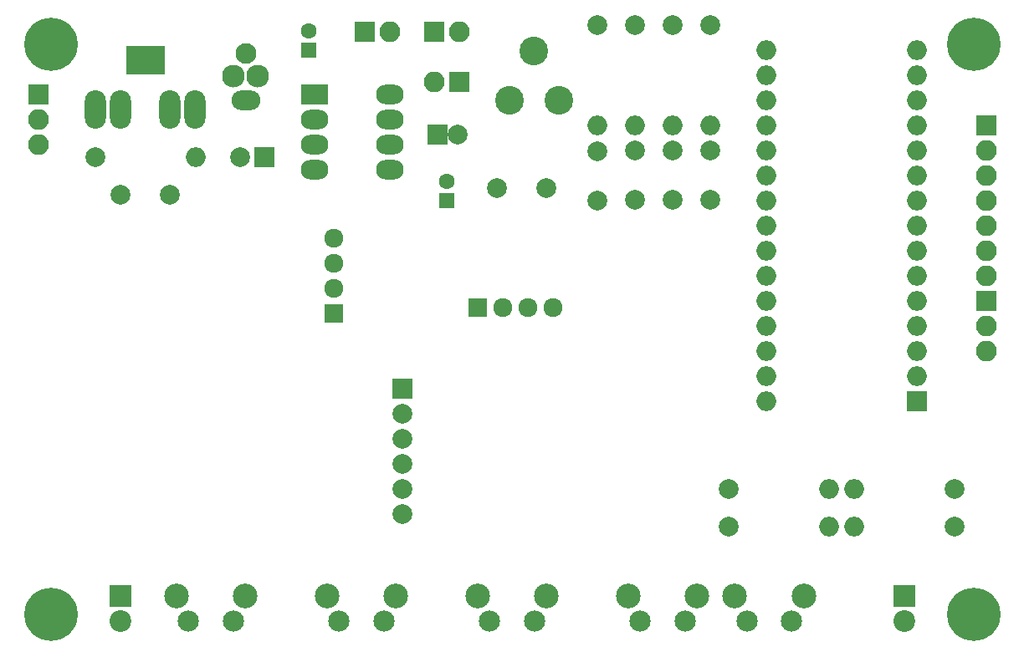
<source format=gbs>
G04 #@! TF.FileFunction,Soldermask,Bot*
%FSLAX46Y46*%
G04 Gerber Fmt 4.6, Leading zero omitted, Abs format (unit mm)*
G04 Created by KiCad (PCBNEW 4.0.7) date 02/08/20 16:40:41*
%MOMM*%
%LPD*%
G01*
G04 APERTURE LIST*
%ADD10C,0.100000*%
%ADD11R,2.100000X2.100000*%
%ADD12O,2.100000X2.100000*%
%ADD13R,2.000000X2.000000*%
%ADD14O,2.000000X2.000000*%
%ADD15C,2.500000*%
%ADD16C,2.150000*%
%ADD17C,5.400000*%
%ADD18C,2.000000*%
%ADD19C,2.900000*%
%ADD20R,2.800000X2.000000*%
%ADD21O,2.800000X2.000000*%
%ADD22R,1.924000X1.924000*%
%ADD23C,1.924000*%
%ADD24R,1.600000X1.600000*%
%ADD25C,1.600000*%
%ADD26C,2.300000*%
%ADD27O,2.900000X2.000000*%
%ADD28C,2.100000*%
%ADD29R,2.200000X2.200000*%
%ADD30C,2.200000*%
%ADD31R,3.900000X2.900000*%
%ADD32O,2.150000X3.900000*%
G04 APERTURE END LIST*
D10*
D11*
X168275000Y-89535000D03*
D12*
X168275000Y-92075000D03*
X168275000Y-94615000D03*
X168275000Y-97155000D03*
X168275000Y-99695000D03*
X168275000Y-102235000D03*
X168275000Y-104775000D03*
D13*
X161290000Y-117475000D03*
D14*
X146050000Y-84455000D03*
X161290000Y-114935000D03*
X146050000Y-86995000D03*
X161290000Y-112395000D03*
X146050000Y-89535000D03*
X161290000Y-109855000D03*
X146050000Y-92075000D03*
X161290000Y-107315000D03*
X146050000Y-94615000D03*
X161290000Y-104775000D03*
X146050000Y-97155000D03*
X161290000Y-102235000D03*
X146050000Y-99695000D03*
X161290000Y-99695000D03*
X146050000Y-102235000D03*
X161290000Y-97155000D03*
X146050000Y-104775000D03*
X161290000Y-94615000D03*
X146050000Y-107315000D03*
X161290000Y-92075000D03*
X146050000Y-109855000D03*
X161290000Y-89535000D03*
X146050000Y-112395000D03*
X161290000Y-86995000D03*
X146050000Y-114935000D03*
X161290000Y-84455000D03*
X146050000Y-117475000D03*
X161290000Y-81915000D03*
X146050000Y-81915000D03*
D15*
X132035000Y-137210000D03*
D16*
X133295000Y-139700000D03*
X137795000Y-139700000D03*
D15*
X139045000Y-137210000D03*
X142830000Y-137210000D03*
D16*
X144090000Y-139700000D03*
X148590000Y-139700000D03*
D15*
X149840000Y-137210000D03*
X101555000Y-137210000D03*
D16*
X102815000Y-139700000D03*
X107315000Y-139700000D03*
D15*
X108565000Y-137210000D03*
X86315000Y-137210000D03*
D16*
X87575000Y-139700000D03*
X92075000Y-139700000D03*
D15*
X93325000Y-137210000D03*
X116795000Y-137210000D03*
D16*
X118055000Y-139700000D03*
X122555000Y-139700000D03*
D15*
X123805000Y-137210000D03*
D17*
X73660000Y-139065000D03*
X167005000Y-139065000D03*
X167005000Y-81280000D03*
X73660000Y-81280000D03*
D11*
X105410000Y-80010000D03*
D12*
X107950000Y-80010000D03*
D11*
X112395000Y-80010000D03*
D12*
X114935000Y-80010000D03*
D11*
X72390000Y-86360000D03*
D12*
X72390000Y-88900000D03*
X72390000Y-91440000D03*
D18*
X132715000Y-79375000D03*
D14*
X132715000Y-89535000D03*
D18*
X136525000Y-79375000D03*
D14*
X136525000Y-89535000D03*
D18*
X140335000Y-79375000D03*
D14*
X140335000Y-89535000D03*
D18*
X128905000Y-79375000D03*
D14*
X128905000Y-89535000D03*
D18*
X78105000Y-92710000D03*
D14*
X88265000Y-92710000D03*
D19*
X122515000Y-81955000D03*
X125015000Y-86995000D03*
X120015000Y-86995000D03*
D20*
X100330000Y-86360000D03*
D21*
X107950000Y-93980000D03*
X100330000Y-88900000D03*
X107950000Y-91440000D03*
X100330000Y-91440000D03*
X107950000Y-88900000D03*
X100330000Y-93980000D03*
X107950000Y-86360000D03*
D22*
X102235000Y-108585000D03*
D23*
X102235000Y-106045000D03*
X102235000Y-103505000D03*
X102235000Y-100965000D03*
D18*
X128905000Y-97155000D03*
X128905000Y-92155000D03*
X132715000Y-92075000D03*
X132715000Y-97075000D03*
X136525000Y-92075000D03*
X136525000Y-97075000D03*
X140335000Y-92075000D03*
X140335000Y-97075000D03*
X118745000Y-95885000D03*
X123745000Y-95885000D03*
D24*
X113665000Y-97155000D03*
D25*
X113665000Y-95155000D03*
D13*
X112776000Y-90424000D03*
D18*
X114776000Y-90424000D03*
D24*
X99695000Y-81915000D03*
D25*
X99695000Y-79915000D03*
D18*
X80645000Y-96520000D03*
X85645000Y-96520000D03*
D13*
X95250000Y-92710000D03*
D18*
X92750000Y-92710000D03*
D26*
X94595000Y-84540000D03*
D27*
X93345000Y-86940000D03*
D26*
X92095000Y-84540000D03*
D28*
X93345000Y-82240000D03*
D29*
X80645000Y-137160000D03*
D30*
X80645000Y-139700000D03*
D18*
X165100000Y-126365000D03*
D14*
X154940000Y-126365000D03*
D31*
X83185000Y-82859000D03*
D32*
X88185000Y-87865000D03*
X78185000Y-87865000D03*
X85685000Y-87865000D03*
X80685000Y-87865000D03*
D29*
X160020000Y-137160000D03*
D30*
X160020000Y-139700000D03*
D18*
X165100000Y-130175000D03*
D14*
X154940000Y-130175000D03*
D18*
X109220000Y-128905000D03*
X109220000Y-126365000D03*
X109220000Y-123825000D03*
X109220000Y-121285000D03*
X109220000Y-118745000D03*
D13*
X109220000Y-116205000D03*
D22*
X116840000Y-107950000D03*
D23*
X119380000Y-107950000D03*
X121920000Y-107950000D03*
X124460000Y-107950000D03*
D11*
X114935000Y-85090000D03*
D12*
X112395000Y-85090000D03*
D11*
X168275000Y-107315000D03*
D12*
X168275000Y-109855000D03*
X168275000Y-112395000D03*
D18*
X142240000Y-130175000D03*
D14*
X152400000Y-130175000D03*
D18*
X142240000Y-126365000D03*
D14*
X152400000Y-126365000D03*
M02*

</source>
